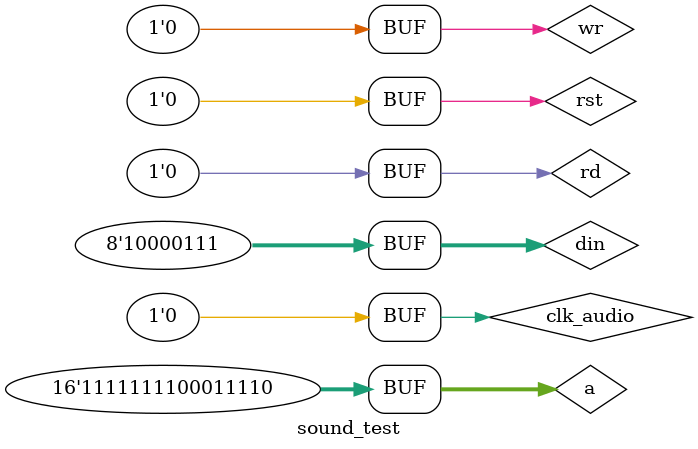
<source format=v>
`timescale 1ns / 1ps


module sound_test;

	// Inputs
	wire clk;
	reg clk_audio;
	reg rst;
	reg [15:0] a;
	reg [7:0] din;
	reg rd;
	reg wr;

	// Outputs
	wire [7:0] dout;
	wire [19:0] left;
	wire [19:0] right;

	// Instantiate the Unit Under Test (UUT)
	sound uut (
		.clk(clk), 
		.clk_audio(clk_audio), 
		.rst(rst), 
		.a(a), 
		.dout(dout), 
		.din(din), 
		.rd(rd), 
		.wr(wr), 
		.left(left), 
		.right(right)
	);

    clk_gen #(250) clk_gen_1(clk);

	initial begin
		// Initialize Inputs
		clk_audio = 0;
		rst = 0;
		a = 0;
		din = 0;
		rd = 0;
		wr = 0;

		// Wait 100 ns for global reset to finish
		#10000;
        rst = 1;
        #10000;
        rst = 0;
        #10000;
        
        a = 16'hFF26;
        din = 8'h80;
        wr = 1;
        #10000;
        wr = 0;
        #10000;
        
        a = 16'hFF11;
        din = 8'h80;
        wr = 1;
        #10000;
        wr = 0;
        #10000;
        
        a = 16'hFF12;
        din = 8'hF3;
        wr = 1;
        #10000;
        wr = 0;
        #10000;
        
        a = 16'hFF25;
        din = 8'hF3;
        wr = 1;
        #10000;
        wr = 0;
        #10000;
        
        a = 16'hFF24;
        din = 8'h77;
        wr = 1;
        #10000;
        wr = 0;
        #10000;
        
        a = 16'hFF13;
        din = 8'h83;
        wr = 1;
        #10000;
        wr = 0;
        #10000;
        
        /*a = 16'hFF14;
        din = 8'h87;
        wr = 1;
        #10000;
        wr = 0;
        #10000;*/
        
        /*a = 16'hFF21;
        din = 8'h48; // Vol 0100 Inc No Env
        wr = 1;
        #10000;
        wr = 0;
        #10000;
        
        a = 16'hFF22;
        din = 8'h98; // s = 9 7-b r = 0, 1kHz
        //din = 8'h34; // s = 3 15-b r = 4
        wr = 1;
        #10000;
        wr = 0;
        #10000;
        
        a = 16'hFF23;
        din = 8'hBF; // Initiated
        wr = 1;
        #10000;
        wr = 0;
        #10000;*/
        
        a = 16'hFF30;
        din = 8'h01;
        wr = 1;
        #10000;
        wr = 0;
        #10000;
        a = 16'hFF31;
        din = 8'h23;
        wr = 1;
        #10000;
        wr = 0;
        #10000;
        a = 16'hFF32;
        din = 8'h45;
        wr = 1;
        #10000;
        wr = 0;
        #10000;
        a = 16'hFF33;
        din = 8'h67;
        wr = 1;
        #10000;
        wr = 0;
        #10000;
        a = 16'hFF34;
        din = 8'h89;
        wr = 1;
        #10000;
        wr = 0;
        #10000;
        a = 16'hFF35;
        din = 8'hAB;
        wr = 1;
        #10000;
        wr = 0;
        #10000;
        a = 16'hFF36;
        din = 8'hCD;
        wr = 1;
        #10000;
        wr = 0;
        #10000;
        a = 16'hFF37;
        din = 8'hEF;
        wr = 1;
        #10000;
        wr = 0;
        #10000;
        a = 16'hFF38;
        din = 8'hED;
        wr = 1;
        #10000;
        wr = 0;
        #10000;
        a = 16'hFF39;
        din = 8'hCB;
        wr = 1;
        #10000;
        wr = 0;
        #10000;
        a = 16'hFF3A;
        din = 8'hA9;
        wr = 1;
        #10000;
        wr = 0;
        #10000;
        a = 16'hFF3B;
        din = 8'h87;
        wr = 1;
        #10000;
        wr = 0;
        #10000;
        a = 16'hFF3C;
        din = 8'h65;
        wr = 1;
        #10000;
        wr = 0;
        #10000;
        a = 16'hFF3D;
        din = 8'h43;
        wr = 1;
        #10000;
        wr = 0;
        #10000;
        a = 16'hFF3E;
        din = 8'h21;
        wr = 1;
        #10000;
        wr = 0;
        #10000;
        a = 16'hFF3F;
        din = 8'h00;
        wr = 1;
        #10000;
        wr = 0;
        #10000;
        
        a = 16'hFF1A;
        din = 8'h80;
        wr = 1;
        #10000;
        wr = 0;
        #10000;
        
        a = 16'hFF1C;
        din = 8'h20;
        wr = 1;
        #10000;
        wr = 0;
        #10000;
        
        a = 16'hFF1D;
        din = 8'h81;
        wr = 1;
        #10000;
        wr = 0;
        #10000;
        
        a = 16'hFF1E;
        din = 8'h87; // Initiated
        wr = 1;
        #10000;
        wr = 0;
        #10000;
        
		// Add stimulus here

	end
      
endmodule


</source>
